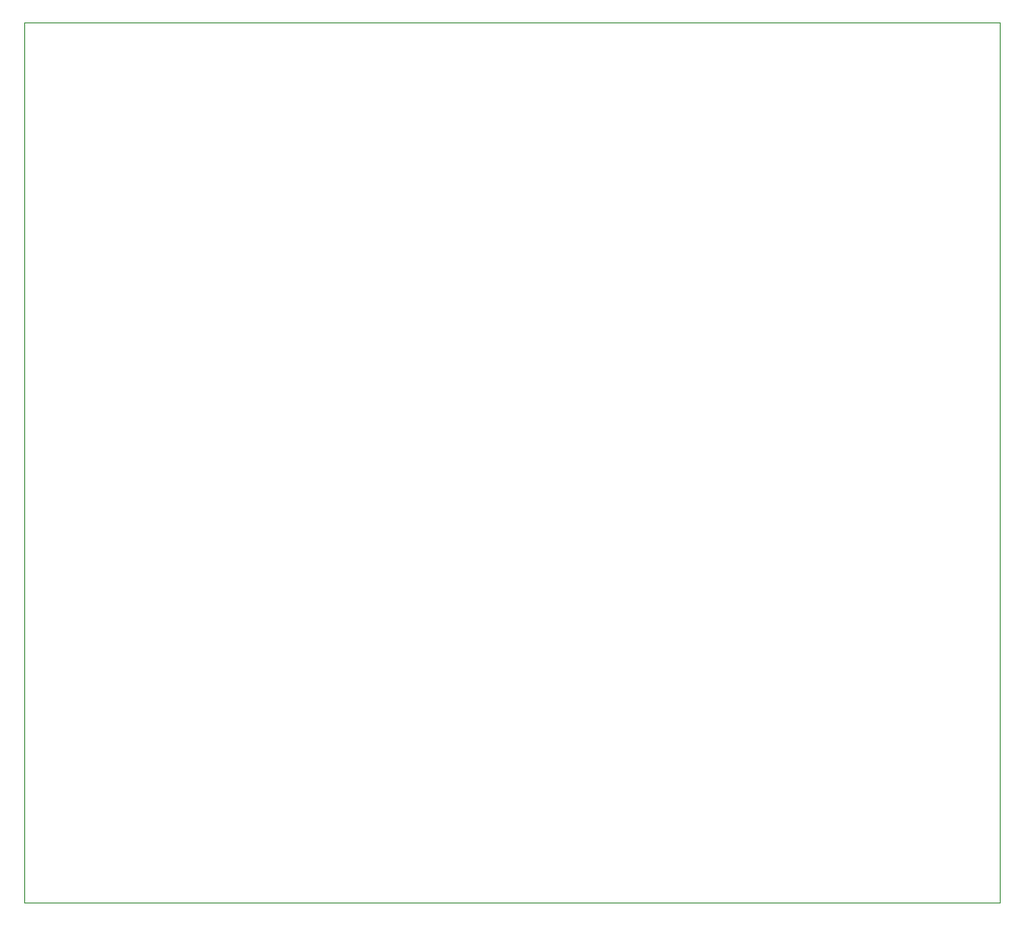
<source format=gbr>
%TF.GenerationSoftware,KiCad,Pcbnew,9.0.6-rc2*%
%TF.CreationDate,2025-10-26T22:09:16+01:00*%
%TF.ProjectId,CAN,43414e2e-6b69-4636-9164-5f7063625858,rev?*%
%TF.SameCoordinates,Original*%
%TF.FileFunction,Profile,NP*%
%FSLAX46Y46*%
G04 Gerber Fmt 4.6, Leading zero omitted, Abs format (unit mm)*
G04 Created by KiCad (PCBNEW 9.0.6-rc2) date 2025-10-26 22:09:16*
%MOMM*%
%LPD*%
G01*
G04 APERTURE LIST*
%TA.AperFunction,Profile*%
%ADD10C,0.050000*%
%TD*%
G04 APERTURE END LIST*
D10*
X119150000Y-46600000D02*
X211050000Y-46600000D01*
X211050000Y-129600000D01*
X119150000Y-129600000D01*
X119150000Y-46600000D01*
M02*

</source>
